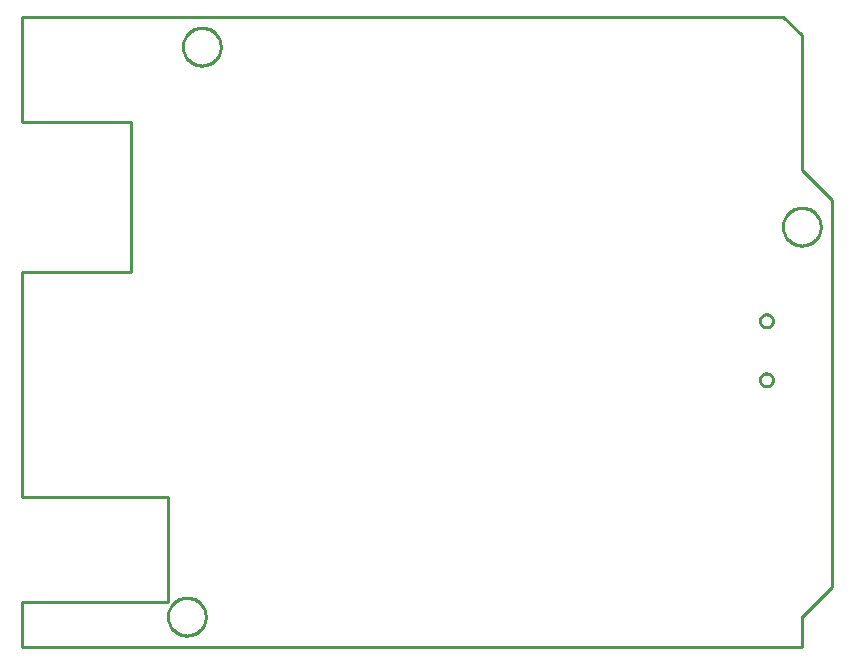
<source format=gbr>
G04 EAGLE Gerber RS-274X export*
G75*
%MOMM*%
%FSLAX34Y34*%
%LPD*%
%IN*%
%IPPOS*%
%AMOC8*
5,1,8,0,0,1.08239X$1,22.5*%
G01*
%ADD10C,0.152400*%
%ADD11C,0.000000*%
%ADD12C,0.254000*%


D10*
X0Y533400D02*
X0Y444500D01*
X92075Y444500D01*
X92075Y317500D01*
X0Y317500D01*
X0Y127000D01*
X123825Y127000D01*
X123825Y38100D01*
X0Y38100D01*
X0Y0D01*
X660400Y0D01*
X660400Y25400D01*
X685800Y50800D01*
X685800Y377825D01*
X660400Y403225D01*
X660400Y517525D01*
X644525Y533400D01*
X0Y533400D01*
D11*
X136400Y508000D02*
X136405Y508393D01*
X136419Y508785D01*
X136443Y509177D01*
X136477Y509568D01*
X136520Y509959D01*
X136573Y510348D01*
X136636Y510735D01*
X136707Y511121D01*
X136789Y511506D01*
X136879Y511888D01*
X136980Y512267D01*
X137089Y512645D01*
X137208Y513019D01*
X137335Y513390D01*
X137472Y513758D01*
X137618Y514123D01*
X137773Y514484D01*
X137936Y514841D01*
X138108Y515194D01*
X138289Y515542D01*
X138479Y515886D01*
X138676Y516226D01*
X138882Y516560D01*
X139096Y516889D01*
X139319Y517213D01*
X139549Y517531D01*
X139786Y517844D01*
X140032Y518150D01*
X140285Y518451D01*
X140545Y518745D01*
X140812Y519033D01*
X141086Y519314D01*
X141367Y519588D01*
X141655Y519855D01*
X141949Y520115D01*
X142250Y520368D01*
X142556Y520614D01*
X142869Y520851D01*
X143187Y521081D01*
X143511Y521304D01*
X143840Y521518D01*
X144174Y521724D01*
X144514Y521921D01*
X144858Y522111D01*
X145206Y522292D01*
X145559Y522464D01*
X145916Y522627D01*
X146277Y522782D01*
X146642Y522928D01*
X147010Y523065D01*
X147381Y523192D01*
X147755Y523311D01*
X148133Y523420D01*
X148512Y523521D01*
X148894Y523611D01*
X149279Y523693D01*
X149665Y523764D01*
X150052Y523827D01*
X150441Y523880D01*
X150832Y523923D01*
X151223Y523957D01*
X151615Y523981D01*
X152007Y523995D01*
X152400Y524000D01*
X152793Y523995D01*
X153185Y523981D01*
X153577Y523957D01*
X153968Y523923D01*
X154359Y523880D01*
X154748Y523827D01*
X155135Y523764D01*
X155521Y523693D01*
X155906Y523611D01*
X156288Y523521D01*
X156667Y523420D01*
X157045Y523311D01*
X157419Y523192D01*
X157790Y523065D01*
X158158Y522928D01*
X158523Y522782D01*
X158884Y522627D01*
X159241Y522464D01*
X159594Y522292D01*
X159942Y522111D01*
X160286Y521921D01*
X160626Y521724D01*
X160960Y521518D01*
X161289Y521304D01*
X161613Y521081D01*
X161931Y520851D01*
X162244Y520614D01*
X162550Y520368D01*
X162851Y520115D01*
X163145Y519855D01*
X163433Y519588D01*
X163714Y519314D01*
X163988Y519033D01*
X164255Y518745D01*
X164515Y518451D01*
X164768Y518150D01*
X165014Y517844D01*
X165251Y517531D01*
X165481Y517213D01*
X165704Y516889D01*
X165918Y516560D01*
X166124Y516226D01*
X166321Y515886D01*
X166511Y515542D01*
X166692Y515194D01*
X166864Y514841D01*
X167027Y514484D01*
X167182Y514123D01*
X167328Y513758D01*
X167465Y513390D01*
X167592Y513019D01*
X167711Y512645D01*
X167820Y512267D01*
X167921Y511888D01*
X168011Y511506D01*
X168093Y511121D01*
X168164Y510735D01*
X168227Y510348D01*
X168280Y509959D01*
X168323Y509568D01*
X168357Y509177D01*
X168381Y508785D01*
X168395Y508393D01*
X168400Y508000D01*
X168395Y507607D01*
X168381Y507215D01*
X168357Y506823D01*
X168323Y506432D01*
X168280Y506041D01*
X168227Y505652D01*
X168164Y505265D01*
X168093Y504879D01*
X168011Y504494D01*
X167921Y504112D01*
X167820Y503733D01*
X167711Y503355D01*
X167592Y502981D01*
X167465Y502610D01*
X167328Y502242D01*
X167182Y501877D01*
X167027Y501516D01*
X166864Y501159D01*
X166692Y500806D01*
X166511Y500458D01*
X166321Y500114D01*
X166124Y499774D01*
X165918Y499440D01*
X165704Y499111D01*
X165481Y498787D01*
X165251Y498469D01*
X165014Y498156D01*
X164768Y497850D01*
X164515Y497549D01*
X164255Y497255D01*
X163988Y496967D01*
X163714Y496686D01*
X163433Y496412D01*
X163145Y496145D01*
X162851Y495885D01*
X162550Y495632D01*
X162244Y495386D01*
X161931Y495149D01*
X161613Y494919D01*
X161289Y494696D01*
X160960Y494482D01*
X160626Y494276D01*
X160286Y494079D01*
X159942Y493889D01*
X159594Y493708D01*
X159241Y493536D01*
X158884Y493373D01*
X158523Y493218D01*
X158158Y493072D01*
X157790Y492935D01*
X157419Y492808D01*
X157045Y492689D01*
X156667Y492580D01*
X156288Y492479D01*
X155906Y492389D01*
X155521Y492307D01*
X155135Y492236D01*
X154748Y492173D01*
X154359Y492120D01*
X153968Y492077D01*
X153577Y492043D01*
X153185Y492019D01*
X152793Y492005D01*
X152400Y492000D01*
X152007Y492005D01*
X151615Y492019D01*
X151223Y492043D01*
X150832Y492077D01*
X150441Y492120D01*
X150052Y492173D01*
X149665Y492236D01*
X149279Y492307D01*
X148894Y492389D01*
X148512Y492479D01*
X148133Y492580D01*
X147755Y492689D01*
X147381Y492808D01*
X147010Y492935D01*
X146642Y493072D01*
X146277Y493218D01*
X145916Y493373D01*
X145559Y493536D01*
X145206Y493708D01*
X144858Y493889D01*
X144514Y494079D01*
X144174Y494276D01*
X143840Y494482D01*
X143511Y494696D01*
X143187Y494919D01*
X142869Y495149D01*
X142556Y495386D01*
X142250Y495632D01*
X141949Y495885D01*
X141655Y496145D01*
X141367Y496412D01*
X141086Y496686D01*
X140812Y496967D01*
X140545Y497255D01*
X140285Y497549D01*
X140032Y497850D01*
X139786Y498156D01*
X139549Y498469D01*
X139319Y498787D01*
X139096Y499111D01*
X138882Y499440D01*
X138676Y499774D01*
X138479Y500114D01*
X138289Y500458D01*
X138108Y500806D01*
X137936Y501159D01*
X137773Y501516D01*
X137618Y501877D01*
X137472Y502242D01*
X137335Y502610D01*
X137208Y502981D01*
X137089Y503355D01*
X136980Y503733D01*
X136879Y504112D01*
X136789Y504494D01*
X136707Y504879D01*
X136636Y505265D01*
X136573Y505652D01*
X136520Y506041D01*
X136477Y506432D01*
X136443Y506823D01*
X136419Y507215D01*
X136405Y507607D01*
X136400Y508000D01*
X644400Y355600D02*
X644405Y355993D01*
X644419Y356385D01*
X644443Y356777D01*
X644477Y357168D01*
X644520Y357559D01*
X644573Y357948D01*
X644636Y358335D01*
X644707Y358721D01*
X644789Y359106D01*
X644879Y359488D01*
X644980Y359867D01*
X645089Y360245D01*
X645208Y360619D01*
X645335Y360990D01*
X645472Y361358D01*
X645618Y361723D01*
X645773Y362084D01*
X645936Y362441D01*
X646108Y362794D01*
X646289Y363142D01*
X646479Y363486D01*
X646676Y363826D01*
X646882Y364160D01*
X647096Y364489D01*
X647319Y364813D01*
X647549Y365131D01*
X647786Y365444D01*
X648032Y365750D01*
X648285Y366051D01*
X648545Y366345D01*
X648812Y366633D01*
X649086Y366914D01*
X649367Y367188D01*
X649655Y367455D01*
X649949Y367715D01*
X650250Y367968D01*
X650556Y368214D01*
X650869Y368451D01*
X651187Y368681D01*
X651511Y368904D01*
X651840Y369118D01*
X652174Y369324D01*
X652514Y369521D01*
X652858Y369711D01*
X653206Y369892D01*
X653559Y370064D01*
X653916Y370227D01*
X654277Y370382D01*
X654642Y370528D01*
X655010Y370665D01*
X655381Y370792D01*
X655755Y370911D01*
X656133Y371020D01*
X656512Y371121D01*
X656894Y371211D01*
X657279Y371293D01*
X657665Y371364D01*
X658052Y371427D01*
X658441Y371480D01*
X658832Y371523D01*
X659223Y371557D01*
X659615Y371581D01*
X660007Y371595D01*
X660400Y371600D01*
X660793Y371595D01*
X661185Y371581D01*
X661577Y371557D01*
X661968Y371523D01*
X662359Y371480D01*
X662748Y371427D01*
X663135Y371364D01*
X663521Y371293D01*
X663906Y371211D01*
X664288Y371121D01*
X664667Y371020D01*
X665045Y370911D01*
X665419Y370792D01*
X665790Y370665D01*
X666158Y370528D01*
X666523Y370382D01*
X666884Y370227D01*
X667241Y370064D01*
X667594Y369892D01*
X667942Y369711D01*
X668286Y369521D01*
X668626Y369324D01*
X668960Y369118D01*
X669289Y368904D01*
X669613Y368681D01*
X669931Y368451D01*
X670244Y368214D01*
X670550Y367968D01*
X670851Y367715D01*
X671145Y367455D01*
X671433Y367188D01*
X671714Y366914D01*
X671988Y366633D01*
X672255Y366345D01*
X672515Y366051D01*
X672768Y365750D01*
X673014Y365444D01*
X673251Y365131D01*
X673481Y364813D01*
X673704Y364489D01*
X673918Y364160D01*
X674124Y363826D01*
X674321Y363486D01*
X674511Y363142D01*
X674692Y362794D01*
X674864Y362441D01*
X675027Y362084D01*
X675182Y361723D01*
X675328Y361358D01*
X675465Y360990D01*
X675592Y360619D01*
X675711Y360245D01*
X675820Y359867D01*
X675921Y359488D01*
X676011Y359106D01*
X676093Y358721D01*
X676164Y358335D01*
X676227Y357948D01*
X676280Y357559D01*
X676323Y357168D01*
X676357Y356777D01*
X676381Y356385D01*
X676395Y355993D01*
X676400Y355600D01*
X676395Y355207D01*
X676381Y354815D01*
X676357Y354423D01*
X676323Y354032D01*
X676280Y353641D01*
X676227Y353252D01*
X676164Y352865D01*
X676093Y352479D01*
X676011Y352094D01*
X675921Y351712D01*
X675820Y351333D01*
X675711Y350955D01*
X675592Y350581D01*
X675465Y350210D01*
X675328Y349842D01*
X675182Y349477D01*
X675027Y349116D01*
X674864Y348759D01*
X674692Y348406D01*
X674511Y348058D01*
X674321Y347714D01*
X674124Y347374D01*
X673918Y347040D01*
X673704Y346711D01*
X673481Y346387D01*
X673251Y346069D01*
X673014Y345756D01*
X672768Y345450D01*
X672515Y345149D01*
X672255Y344855D01*
X671988Y344567D01*
X671714Y344286D01*
X671433Y344012D01*
X671145Y343745D01*
X670851Y343485D01*
X670550Y343232D01*
X670244Y342986D01*
X669931Y342749D01*
X669613Y342519D01*
X669289Y342296D01*
X668960Y342082D01*
X668626Y341876D01*
X668286Y341679D01*
X667942Y341489D01*
X667594Y341308D01*
X667241Y341136D01*
X666884Y340973D01*
X666523Y340818D01*
X666158Y340672D01*
X665790Y340535D01*
X665419Y340408D01*
X665045Y340289D01*
X664667Y340180D01*
X664288Y340079D01*
X663906Y339989D01*
X663521Y339907D01*
X663135Y339836D01*
X662748Y339773D01*
X662359Y339720D01*
X661968Y339677D01*
X661577Y339643D01*
X661185Y339619D01*
X660793Y339605D01*
X660400Y339600D01*
X660007Y339605D01*
X659615Y339619D01*
X659223Y339643D01*
X658832Y339677D01*
X658441Y339720D01*
X658052Y339773D01*
X657665Y339836D01*
X657279Y339907D01*
X656894Y339989D01*
X656512Y340079D01*
X656133Y340180D01*
X655755Y340289D01*
X655381Y340408D01*
X655010Y340535D01*
X654642Y340672D01*
X654277Y340818D01*
X653916Y340973D01*
X653559Y341136D01*
X653206Y341308D01*
X652858Y341489D01*
X652514Y341679D01*
X652174Y341876D01*
X651840Y342082D01*
X651511Y342296D01*
X651187Y342519D01*
X650869Y342749D01*
X650556Y342986D01*
X650250Y343232D01*
X649949Y343485D01*
X649655Y343745D01*
X649367Y344012D01*
X649086Y344286D01*
X648812Y344567D01*
X648545Y344855D01*
X648285Y345149D01*
X648032Y345450D01*
X647786Y345756D01*
X647549Y346069D01*
X647319Y346387D01*
X647096Y346711D01*
X646882Y347040D01*
X646676Y347374D01*
X646479Y347714D01*
X646289Y348058D01*
X646108Y348406D01*
X645936Y348759D01*
X645773Y349116D01*
X645618Y349477D01*
X645472Y349842D01*
X645335Y350210D01*
X645208Y350581D01*
X645089Y350955D01*
X644980Y351333D01*
X644879Y351712D01*
X644789Y352094D01*
X644707Y352479D01*
X644636Y352865D01*
X644573Y353252D01*
X644520Y353641D01*
X644477Y354032D01*
X644443Y354423D01*
X644419Y354815D01*
X644405Y355207D01*
X644400Y355600D01*
X123700Y25400D02*
X123705Y25793D01*
X123719Y26185D01*
X123743Y26577D01*
X123777Y26968D01*
X123820Y27359D01*
X123873Y27748D01*
X123936Y28135D01*
X124007Y28521D01*
X124089Y28906D01*
X124179Y29288D01*
X124280Y29667D01*
X124389Y30045D01*
X124508Y30419D01*
X124635Y30790D01*
X124772Y31158D01*
X124918Y31523D01*
X125073Y31884D01*
X125236Y32241D01*
X125408Y32594D01*
X125589Y32942D01*
X125779Y33286D01*
X125976Y33626D01*
X126182Y33960D01*
X126396Y34289D01*
X126619Y34613D01*
X126849Y34931D01*
X127086Y35244D01*
X127332Y35550D01*
X127585Y35851D01*
X127845Y36145D01*
X128112Y36433D01*
X128386Y36714D01*
X128667Y36988D01*
X128955Y37255D01*
X129249Y37515D01*
X129550Y37768D01*
X129856Y38014D01*
X130169Y38251D01*
X130487Y38481D01*
X130811Y38704D01*
X131140Y38918D01*
X131474Y39124D01*
X131814Y39321D01*
X132158Y39511D01*
X132506Y39692D01*
X132859Y39864D01*
X133216Y40027D01*
X133577Y40182D01*
X133942Y40328D01*
X134310Y40465D01*
X134681Y40592D01*
X135055Y40711D01*
X135433Y40820D01*
X135812Y40921D01*
X136194Y41011D01*
X136579Y41093D01*
X136965Y41164D01*
X137352Y41227D01*
X137741Y41280D01*
X138132Y41323D01*
X138523Y41357D01*
X138915Y41381D01*
X139307Y41395D01*
X139700Y41400D01*
X140093Y41395D01*
X140485Y41381D01*
X140877Y41357D01*
X141268Y41323D01*
X141659Y41280D01*
X142048Y41227D01*
X142435Y41164D01*
X142821Y41093D01*
X143206Y41011D01*
X143588Y40921D01*
X143967Y40820D01*
X144345Y40711D01*
X144719Y40592D01*
X145090Y40465D01*
X145458Y40328D01*
X145823Y40182D01*
X146184Y40027D01*
X146541Y39864D01*
X146894Y39692D01*
X147242Y39511D01*
X147586Y39321D01*
X147926Y39124D01*
X148260Y38918D01*
X148589Y38704D01*
X148913Y38481D01*
X149231Y38251D01*
X149544Y38014D01*
X149850Y37768D01*
X150151Y37515D01*
X150445Y37255D01*
X150733Y36988D01*
X151014Y36714D01*
X151288Y36433D01*
X151555Y36145D01*
X151815Y35851D01*
X152068Y35550D01*
X152314Y35244D01*
X152551Y34931D01*
X152781Y34613D01*
X153004Y34289D01*
X153218Y33960D01*
X153424Y33626D01*
X153621Y33286D01*
X153811Y32942D01*
X153992Y32594D01*
X154164Y32241D01*
X154327Y31884D01*
X154482Y31523D01*
X154628Y31158D01*
X154765Y30790D01*
X154892Y30419D01*
X155011Y30045D01*
X155120Y29667D01*
X155221Y29288D01*
X155311Y28906D01*
X155393Y28521D01*
X155464Y28135D01*
X155527Y27748D01*
X155580Y27359D01*
X155623Y26968D01*
X155657Y26577D01*
X155681Y26185D01*
X155695Y25793D01*
X155700Y25400D01*
X155695Y25007D01*
X155681Y24615D01*
X155657Y24223D01*
X155623Y23832D01*
X155580Y23441D01*
X155527Y23052D01*
X155464Y22665D01*
X155393Y22279D01*
X155311Y21894D01*
X155221Y21512D01*
X155120Y21133D01*
X155011Y20755D01*
X154892Y20381D01*
X154765Y20010D01*
X154628Y19642D01*
X154482Y19277D01*
X154327Y18916D01*
X154164Y18559D01*
X153992Y18206D01*
X153811Y17858D01*
X153621Y17514D01*
X153424Y17174D01*
X153218Y16840D01*
X153004Y16511D01*
X152781Y16187D01*
X152551Y15869D01*
X152314Y15556D01*
X152068Y15250D01*
X151815Y14949D01*
X151555Y14655D01*
X151288Y14367D01*
X151014Y14086D01*
X150733Y13812D01*
X150445Y13545D01*
X150151Y13285D01*
X149850Y13032D01*
X149544Y12786D01*
X149231Y12549D01*
X148913Y12319D01*
X148589Y12096D01*
X148260Y11882D01*
X147926Y11676D01*
X147586Y11479D01*
X147242Y11289D01*
X146894Y11108D01*
X146541Y10936D01*
X146184Y10773D01*
X145823Y10618D01*
X145458Y10472D01*
X145090Y10335D01*
X144719Y10208D01*
X144345Y10089D01*
X143967Y9980D01*
X143588Y9879D01*
X143206Y9789D01*
X142821Y9707D01*
X142435Y9636D01*
X142048Y9573D01*
X141659Y9520D01*
X141268Y9477D01*
X140877Y9443D01*
X140485Y9419D01*
X140093Y9405D01*
X139700Y9400D01*
X139307Y9405D01*
X138915Y9419D01*
X138523Y9443D01*
X138132Y9477D01*
X137741Y9520D01*
X137352Y9573D01*
X136965Y9636D01*
X136579Y9707D01*
X136194Y9789D01*
X135812Y9879D01*
X135433Y9980D01*
X135055Y10089D01*
X134681Y10208D01*
X134310Y10335D01*
X133942Y10472D01*
X133577Y10618D01*
X133216Y10773D01*
X132859Y10936D01*
X132506Y11108D01*
X132158Y11289D01*
X131814Y11479D01*
X131474Y11676D01*
X131140Y11882D01*
X130811Y12096D01*
X130487Y12319D01*
X130169Y12549D01*
X129856Y12786D01*
X129550Y13032D01*
X129249Y13285D01*
X128955Y13545D01*
X128667Y13812D01*
X128386Y14086D01*
X128112Y14367D01*
X127845Y14655D01*
X127585Y14949D01*
X127332Y15250D01*
X127086Y15556D01*
X126849Y15869D01*
X126619Y16187D01*
X126396Y16511D01*
X126182Y16840D01*
X125976Y17174D01*
X125779Y17514D01*
X125589Y17858D01*
X125408Y18206D01*
X125236Y18559D01*
X125073Y18916D01*
X124918Y19277D01*
X124772Y19642D01*
X124635Y20010D01*
X124508Y20381D01*
X124389Y20755D01*
X124280Y21133D01*
X124179Y21512D01*
X124089Y21894D01*
X124007Y22279D01*
X123936Y22665D01*
X123873Y23052D01*
X123820Y23441D01*
X123777Y23832D01*
X123743Y24223D01*
X123719Y24615D01*
X123705Y25007D01*
X123700Y25400D01*
X624900Y275825D02*
X624902Y275973D01*
X624908Y276121D01*
X624918Y276269D01*
X624932Y276417D01*
X624950Y276564D01*
X624972Y276711D01*
X624998Y276857D01*
X625027Y277002D01*
X625061Y277147D01*
X625099Y277290D01*
X625140Y277433D01*
X625185Y277574D01*
X625235Y277714D01*
X625287Y277852D01*
X625344Y277990D01*
X625404Y278125D01*
X625468Y278259D01*
X625535Y278391D01*
X625606Y278521D01*
X625681Y278650D01*
X625759Y278776D01*
X625840Y278900D01*
X625924Y279022D01*
X626012Y279141D01*
X626103Y279258D01*
X626197Y279373D01*
X626295Y279485D01*
X626395Y279594D01*
X626498Y279701D01*
X626604Y279805D01*
X626712Y279906D01*
X626824Y280004D01*
X626938Y280099D01*
X627054Y280190D01*
X627173Y280279D01*
X627294Y280364D01*
X627418Y280446D01*
X627544Y280525D01*
X627671Y280600D01*
X627801Y280672D01*
X627933Y280741D01*
X628066Y280805D01*
X628201Y280866D01*
X628338Y280924D01*
X628476Y280978D01*
X628616Y281028D01*
X628757Y281074D01*
X628899Y281116D01*
X629042Y281155D01*
X629186Y281189D01*
X629332Y281220D01*
X629477Y281247D01*
X629624Y281270D01*
X629771Y281289D01*
X629919Y281304D01*
X630066Y281315D01*
X630215Y281322D01*
X630363Y281325D01*
X630511Y281324D01*
X630659Y281319D01*
X630807Y281310D01*
X630955Y281297D01*
X631103Y281280D01*
X631249Y281259D01*
X631396Y281234D01*
X631541Y281205D01*
X631686Y281173D01*
X631829Y281136D01*
X631972Y281096D01*
X632114Y281051D01*
X632254Y281003D01*
X632393Y280951D01*
X632530Y280896D01*
X632666Y280836D01*
X632801Y280773D01*
X632933Y280707D01*
X633064Y280637D01*
X633193Y280563D01*
X633319Y280486D01*
X633444Y280406D01*
X633566Y280322D01*
X633687Y280235D01*
X633804Y280145D01*
X633920Y280051D01*
X634032Y279955D01*
X634142Y279856D01*
X634250Y279753D01*
X634354Y279648D01*
X634456Y279540D01*
X634554Y279429D01*
X634650Y279316D01*
X634743Y279200D01*
X634832Y279082D01*
X634918Y278961D01*
X635001Y278838D01*
X635081Y278713D01*
X635157Y278586D01*
X635230Y278456D01*
X635299Y278325D01*
X635364Y278192D01*
X635427Y278058D01*
X635485Y277921D01*
X635540Y277783D01*
X635590Y277644D01*
X635638Y277503D01*
X635681Y277362D01*
X635721Y277219D01*
X635756Y277075D01*
X635788Y276930D01*
X635816Y276784D01*
X635840Y276638D01*
X635860Y276491D01*
X635876Y276343D01*
X635888Y276196D01*
X635896Y276047D01*
X635900Y275899D01*
X635900Y275751D01*
X635896Y275603D01*
X635888Y275454D01*
X635876Y275307D01*
X635860Y275159D01*
X635840Y275012D01*
X635816Y274866D01*
X635788Y274720D01*
X635756Y274575D01*
X635721Y274431D01*
X635681Y274288D01*
X635638Y274147D01*
X635590Y274006D01*
X635540Y273867D01*
X635485Y273729D01*
X635427Y273592D01*
X635364Y273458D01*
X635299Y273325D01*
X635230Y273194D01*
X635157Y273064D01*
X635081Y272937D01*
X635001Y272812D01*
X634918Y272689D01*
X634832Y272568D01*
X634743Y272450D01*
X634650Y272334D01*
X634554Y272221D01*
X634456Y272110D01*
X634354Y272002D01*
X634250Y271897D01*
X634142Y271794D01*
X634032Y271695D01*
X633920Y271599D01*
X633804Y271505D01*
X633687Y271415D01*
X633566Y271328D01*
X633444Y271244D01*
X633319Y271164D01*
X633193Y271087D01*
X633064Y271013D01*
X632933Y270943D01*
X632801Y270877D01*
X632666Y270814D01*
X632530Y270754D01*
X632393Y270699D01*
X632254Y270647D01*
X632114Y270599D01*
X631972Y270554D01*
X631829Y270514D01*
X631686Y270477D01*
X631541Y270445D01*
X631396Y270416D01*
X631249Y270391D01*
X631103Y270370D01*
X630955Y270353D01*
X630807Y270340D01*
X630659Y270331D01*
X630511Y270326D01*
X630363Y270325D01*
X630215Y270328D01*
X630066Y270335D01*
X629919Y270346D01*
X629771Y270361D01*
X629624Y270380D01*
X629477Y270403D01*
X629332Y270430D01*
X629186Y270461D01*
X629042Y270495D01*
X628899Y270534D01*
X628757Y270576D01*
X628616Y270622D01*
X628476Y270672D01*
X628338Y270726D01*
X628201Y270784D01*
X628066Y270845D01*
X627933Y270909D01*
X627801Y270978D01*
X627671Y271050D01*
X627544Y271125D01*
X627418Y271204D01*
X627294Y271286D01*
X627173Y271371D01*
X627054Y271460D01*
X626938Y271551D01*
X626824Y271646D01*
X626712Y271744D01*
X626604Y271845D01*
X626498Y271949D01*
X626395Y272056D01*
X626295Y272165D01*
X626197Y272277D01*
X626103Y272392D01*
X626012Y272509D01*
X625924Y272628D01*
X625840Y272750D01*
X625759Y272874D01*
X625681Y273000D01*
X625606Y273129D01*
X625535Y273259D01*
X625468Y273391D01*
X625404Y273525D01*
X625344Y273660D01*
X625287Y273798D01*
X625235Y273936D01*
X625185Y274076D01*
X625140Y274217D01*
X625099Y274360D01*
X625061Y274503D01*
X625027Y274648D01*
X624998Y274793D01*
X624972Y274939D01*
X624950Y275086D01*
X624932Y275233D01*
X624918Y275381D01*
X624908Y275529D01*
X624902Y275677D01*
X624900Y275825D01*
X624900Y225825D02*
X624902Y225973D01*
X624908Y226121D01*
X624918Y226269D01*
X624932Y226417D01*
X624950Y226564D01*
X624972Y226711D01*
X624998Y226857D01*
X625027Y227002D01*
X625061Y227147D01*
X625099Y227290D01*
X625140Y227433D01*
X625185Y227574D01*
X625235Y227714D01*
X625287Y227852D01*
X625344Y227990D01*
X625404Y228125D01*
X625468Y228259D01*
X625535Y228391D01*
X625606Y228521D01*
X625681Y228650D01*
X625759Y228776D01*
X625840Y228900D01*
X625924Y229022D01*
X626012Y229141D01*
X626103Y229258D01*
X626197Y229373D01*
X626295Y229485D01*
X626395Y229594D01*
X626498Y229701D01*
X626604Y229805D01*
X626712Y229906D01*
X626824Y230004D01*
X626938Y230099D01*
X627054Y230190D01*
X627173Y230279D01*
X627294Y230364D01*
X627418Y230446D01*
X627544Y230525D01*
X627671Y230600D01*
X627801Y230672D01*
X627933Y230741D01*
X628066Y230805D01*
X628201Y230866D01*
X628338Y230924D01*
X628476Y230978D01*
X628616Y231028D01*
X628757Y231074D01*
X628899Y231116D01*
X629042Y231155D01*
X629186Y231189D01*
X629332Y231220D01*
X629477Y231247D01*
X629624Y231270D01*
X629771Y231289D01*
X629919Y231304D01*
X630066Y231315D01*
X630215Y231322D01*
X630363Y231325D01*
X630511Y231324D01*
X630659Y231319D01*
X630807Y231310D01*
X630955Y231297D01*
X631103Y231280D01*
X631249Y231259D01*
X631396Y231234D01*
X631541Y231205D01*
X631686Y231173D01*
X631829Y231136D01*
X631972Y231096D01*
X632114Y231051D01*
X632254Y231003D01*
X632393Y230951D01*
X632530Y230896D01*
X632666Y230836D01*
X632801Y230773D01*
X632933Y230707D01*
X633064Y230637D01*
X633193Y230563D01*
X633319Y230486D01*
X633444Y230406D01*
X633566Y230322D01*
X633687Y230235D01*
X633804Y230145D01*
X633920Y230051D01*
X634032Y229955D01*
X634142Y229856D01*
X634250Y229753D01*
X634354Y229648D01*
X634456Y229540D01*
X634554Y229429D01*
X634650Y229316D01*
X634743Y229200D01*
X634832Y229082D01*
X634918Y228961D01*
X635001Y228838D01*
X635081Y228713D01*
X635157Y228586D01*
X635230Y228456D01*
X635299Y228325D01*
X635364Y228192D01*
X635427Y228058D01*
X635485Y227921D01*
X635540Y227783D01*
X635590Y227644D01*
X635638Y227503D01*
X635681Y227362D01*
X635721Y227219D01*
X635756Y227075D01*
X635788Y226930D01*
X635816Y226784D01*
X635840Y226638D01*
X635860Y226491D01*
X635876Y226343D01*
X635888Y226196D01*
X635896Y226047D01*
X635900Y225899D01*
X635900Y225751D01*
X635896Y225603D01*
X635888Y225454D01*
X635876Y225307D01*
X635860Y225159D01*
X635840Y225012D01*
X635816Y224866D01*
X635788Y224720D01*
X635756Y224575D01*
X635721Y224431D01*
X635681Y224288D01*
X635638Y224147D01*
X635590Y224006D01*
X635540Y223867D01*
X635485Y223729D01*
X635427Y223592D01*
X635364Y223458D01*
X635299Y223325D01*
X635230Y223194D01*
X635157Y223064D01*
X635081Y222937D01*
X635001Y222812D01*
X634918Y222689D01*
X634832Y222568D01*
X634743Y222450D01*
X634650Y222334D01*
X634554Y222221D01*
X634456Y222110D01*
X634354Y222002D01*
X634250Y221897D01*
X634142Y221794D01*
X634032Y221695D01*
X633920Y221599D01*
X633804Y221505D01*
X633687Y221415D01*
X633566Y221328D01*
X633444Y221244D01*
X633319Y221164D01*
X633193Y221087D01*
X633064Y221013D01*
X632933Y220943D01*
X632801Y220877D01*
X632666Y220814D01*
X632530Y220754D01*
X632393Y220699D01*
X632254Y220647D01*
X632114Y220599D01*
X631972Y220554D01*
X631829Y220514D01*
X631686Y220477D01*
X631541Y220445D01*
X631396Y220416D01*
X631249Y220391D01*
X631103Y220370D01*
X630955Y220353D01*
X630807Y220340D01*
X630659Y220331D01*
X630511Y220326D01*
X630363Y220325D01*
X630215Y220328D01*
X630066Y220335D01*
X629919Y220346D01*
X629771Y220361D01*
X629624Y220380D01*
X629477Y220403D01*
X629332Y220430D01*
X629186Y220461D01*
X629042Y220495D01*
X628899Y220534D01*
X628757Y220576D01*
X628616Y220622D01*
X628476Y220672D01*
X628338Y220726D01*
X628201Y220784D01*
X628066Y220845D01*
X627933Y220909D01*
X627801Y220978D01*
X627671Y221050D01*
X627544Y221125D01*
X627418Y221204D01*
X627294Y221286D01*
X627173Y221371D01*
X627054Y221460D01*
X626938Y221551D01*
X626824Y221646D01*
X626712Y221744D01*
X626604Y221845D01*
X626498Y221949D01*
X626395Y222056D01*
X626295Y222165D01*
X626197Y222277D01*
X626103Y222392D01*
X626012Y222509D01*
X625924Y222628D01*
X625840Y222750D01*
X625759Y222874D01*
X625681Y223000D01*
X625606Y223129D01*
X625535Y223259D01*
X625468Y223391D01*
X625404Y223525D01*
X625344Y223660D01*
X625287Y223798D01*
X625235Y223936D01*
X625185Y224076D01*
X625140Y224217D01*
X625099Y224360D01*
X625061Y224503D01*
X625027Y224648D01*
X624998Y224793D01*
X624972Y224939D01*
X624950Y225086D01*
X624932Y225233D01*
X624918Y225381D01*
X624908Y225529D01*
X624902Y225677D01*
X624900Y225825D01*
D12*
X0Y0D02*
X660400Y0D01*
X660400Y25400D01*
X685800Y50800D01*
X685800Y377825D01*
X660400Y403225D01*
X660400Y517525D01*
X644525Y533400D01*
X0Y533400D01*
X0Y444500D01*
X92075Y444500D01*
X92075Y317500D01*
X0Y317500D01*
X0Y127000D01*
X123825Y127000D01*
X123825Y38100D01*
X0Y38100D01*
X0Y0D01*
X168400Y507476D02*
X168332Y506431D01*
X168195Y505392D01*
X167990Y504365D01*
X167719Y503353D01*
X167383Y502361D01*
X166982Y501393D01*
X166518Y500454D01*
X165995Y499546D01*
X165413Y498675D01*
X164775Y497844D01*
X164084Y497057D01*
X163343Y496316D01*
X162556Y495625D01*
X161725Y494988D01*
X160854Y494406D01*
X159946Y493882D01*
X159007Y493418D01*
X158039Y493017D01*
X157047Y492681D01*
X156035Y492410D01*
X155008Y492205D01*
X153969Y492069D01*
X152924Y492000D01*
X151876Y492000D01*
X150831Y492069D01*
X149792Y492205D01*
X148765Y492410D01*
X147753Y492681D01*
X146761Y493017D01*
X145793Y493418D01*
X144854Y493882D01*
X143946Y494406D01*
X143075Y494988D01*
X142244Y495625D01*
X141457Y496316D01*
X140716Y497057D01*
X140025Y497844D01*
X139388Y498675D01*
X138806Y499546D01*
X138282Y500454D01*
X137818Y501393D01*
X137417Y502361D01*
X137081Y503353D01*
X136810Y504365D01*
X136605Y505392D01*
X136469Y506431D01*
X136400Y507476D01*
X136400Y508524D01*
X136469Y509569D01*
X136605Y510608D01*
X136810Y511635D01*
X137081Y512647D01*
X137417Y513639D01*
X137818Y514607D01*
X138282Y515546D01*
X138806Y516454D01*
X139388Y517325D01*
X140025Y518156D01*
X140716Y518943D01*
X141457Y519684D01*
X142244Y520375D01*
X143075Y521013D01*
X143946Y521595D01*
X144854Y522118D01*
X145793Y522582D01*
X146761Y522983D01*
X147753Y523319D01*
X148765Y523590D01*
X149792Y523795D01*
X150831Y523932D01*
X151876Y524000D01*
X152924Y524000D01*
X153969Y523932D01*
X155008Y523795D01*
X156035Y523590D01*
X157047Y523319D01*
X158039Y522983D01*
X159007Y522582D01*
X159946Y522118D01*
X160854Y521595D01*
X161725Y521013D01*
X162556Y520375D01*
X163343Y519684D01*
X164084Y518943D01*
X164775Y518156D01*
X165413Y517325D01*
X165995Y516454D01*
X166518Y515546D01*
X166982Y514607D01*
X167383Y513639D01*
X167719Y512647D01*
X167990Y511635D01*
X168195Y510608D01*
X168332Y509569D01*
X168400Y508524D01*
X168400Y507476D01*
X676400Y355076D02*
X676332Y354031D01*
X676195Y352992D01*
X675990Y351965D01*
X675719Y350953D01*
X675383Y349961D01*
X674982Y348993D01*
X674518Y348054D01*
X673995Y347146D01*
X673413Y346275D01*
X672775Y345444D01*
X672084Y344657D01*
X671343Y343916D01*
X670556Y343225D01*
X669725Y342588D01*
X668854Y342006D01*
X667946Y341482D01*
X667007Y341018D01*
X666039Y340617D01*
X665047Y340281D01*
X664035Y340010D01*
X663008Y339805D01*
X661969Y339669D01*
X660924Y339600D01*
X659876Y339600D01*
X658831Y339669D01*
X657792Y339805D01*
X656765Y340010D01*
X655753Y340281D01*
X654761Y340617D01*
X653793Y341018D01*
X652854Y341482D01*
X651946Y342006D01*
X651075Y342588D01*
X650244Y343225D01*
X649457Y343916D01*
X648716Y344657D01*
X648025Y345444D01*
X647388Y346275D01*
X646806Y347146D01*
X646282Y348054D01*
X645818Y348993D01*
X645417Y349961D01*
X645081Y350953D01*
X644810Y351965D01*
X644605Y352992D01*
X644469Y354031D01*
X644400Y355076D01*
X644400Y356124D01*
X644469Y357169D01*
X644605Y358208D01*
X644810Y359235D01*
X645081Y360247D01*
X645417Y361239D01*
X645818Y362207D01*
X646282Y363146D01*
X646806Y364054D01*
X647388Y364925D01*
X648025Y365756D01*
X648716Y366543D01*
X649457Y367284D01*
X650244Y367975D01*
X651075Y368613D01*
X651946Y369195D01*
X652854Y369718D01*
X653793Y370182D01*
X654761Y370583D01*
X655753Y370919D01*
X656765Y371190D01*
X657792Y371395D01*
X658831Y371532D01*
X659876Y371600D01*
X660924Y371600D01*
X661969Y371532D01*
X663008Y371395D01*
X664035Y371190D01*
X665047Y370919D01*
X666039Y370583D01*
X667007Y370182D01*
X667946Y369718D01*
X668854Y369195D01*
X669725Y368613D01*
X670556Y367975D01*
X671343Y367284D01*
X672084Y366543D01*
X672775Y365756D01*
X673413Y364925D01*
X673995Y364054D01*
X674518Y363146D01*
X674982Y362207D01*
X675383Y361239D01*
X675719Y360247D01*
X675990Y359235D01*
X676195Y358208D01*
X676332Y357169D01*
X676400Y356124D01*
X676400Y355076D01*
X155700Y24876D02*
X155632Y23831D01*
X155495Y22792D01*
X155290Y21765D01*
X155019Y20753D01*
X154683Y19761D01*
X154282Y18793D01*
X153818Y17854D01*
X153295Y16946D01*
X152713Y16075D01*
X152075Y15244D01*
X151384Y14457D01*
X150643Y13716D01*
X149856Y13025D01*
X149025Y12388D01*
X148154Y11806D01*
X147246Y11282D01*
X146307Y10818D01*
X145339Y10417D01*
X144347Y10081D01*
X143335Y9810D01*
X142308Y9605D01*
X141269Y9469D01*
X140224Y9400D01*
X139176Y9400D01*
X138131Y9469D01*
X137092Y9605D01*
X136065Y9810D01*
X135053Y10081D01*
X134061Y10417D01*
X133093Y10818D01*
X132154Y11282D01*
X131246Y11806D01*
X130375Y12388D01*
X129544Y13025D01*
X128757Y13716D01*
X128016Y14457D01*
X127325Y15244D01*
X126688Y16075D01*
X126106Y16946D01*
X125582Y17854D01*
X125118Y18793D01*
X124717Y19761D01*
X124381Y20753D01*
X124110Y21765D01*
X123905Y22792D01*
X123769Y23831D01*
X123700Y24876D01*
X123700Y25924D01*
X123769Y26969D01*
X123905Y28008D01*
X124110Y29035D01*
X124381Y30047D01*
X124717Y31039D01*
X125118Y32007D01*
X125582Y32946D01*
X126106Y33854D01*
X126688Y34725D01*
X127325Y35556D01*
X128016Y36343D01*
X128757Y37084D01*
X129544Y37775D01*
X130375Y38413D01*
X131246Y38995D01*
X132154Y39518D01*
X133093Y39982D01*
X134061Y40383D01*
X135053Y40719D01*
X136065Y40990D01*
X137092Y41195D01*
X138131Y41332D01*
X139176Y41400D01*
X140224Y41400D01*
X141269Y41332D01*
X142308Y41195D01*
X143335Y40990D01*
X144347Y40719D01*
X145339Y40383D01*
X146307Y39982D01*
X147246Y39518D01*
X148154Y38995D01*
X149025Y38413D01*
X149856Y37775D01*
X150643Y37084D01*
X151384Y36343D01*
X152075Y35556D01*
X152713Y34725D01*
X153295Y33854D01*
X153818Y32946D01*
X154282Y32007D01*
X154683Y31039D01*
X155019Y30047D01*
X155290Y29035D01*
X155495Y28008D01*
X155632Y26969D01*
X155700Y25924D01*
X155700Y24876D01*
X630091Y270325D02*
X629477Y270394D01*
X628875Y270532D01*
X628292Y270736D01*
X627735Y271004D01*
X627212Y271332D01*
X626729Y271718D01*
X626293Y272154D01*
X625907Y272637D01*
X625579Y273160D01*
X625311Y273717D01*
X625107Y274300D01*
X624969Y274902D01*
X624900Y275516D01*
X624900Y276134D01*
X624969Y276748D01*
X625107Y277350D01*
X625311Y277933D01*
X625579Y278490D01*
X625907Y279013D01*
X626293Y279496D01*
X626729Y279933D01*
X627212Y280318D01*
X627735Y280646D01*
X628292Y280914D01*
X628875Y281118D01*
X629477Y281256D01*
X630091Y281325D01*
X630709Y281325D01*
X631323Y281256D01*
X631925Y281118D01*
X632508Y280914D01*
X633065Y280646D01*
X633588Y280318D01*
X634071Y279933D01*
X634508Y279496D01*
X634893Y279013D01*
X635221Y278490D01*
X635489Y277933D01*
X635693Y277350D01*
X635831Y276748D01*
X635900Y276134D01*
X635900Y275516D01*
X635831Y274902D01*
X635693Y274300D01*
X635489Y273717D01*
X635221Y273160D01*
X634893Y272637D01*
X634508Y272154D01*
X634071Y271718D01*
X633588Y271332D01*
X633065Y271004D01*
X632508Y270736D01*
X631925Y270532D01*
X631323Y270394D01*
X630709Y270325D01*
X630091Y270325D01*
X630091Y220325D02*
X629477Y220394D01*
X628875Y220532D01*
X628292Y220736D01*
X627735Y221004D01*
X627212Y221332D01*
X626729Y221718D01*
X626293Y222154D01*
X625907Y222637D01*
X625579Y223160D01*
X625311Y223717D01*
X625107Y224300D01*
X624969Y224902D01*
X624900Y225516D01*
X624900Y226134D01*
X624969Y226748D01*
X625107Y227350D01*
X625311Y227933D01*
X625579Y228490D01*
X625907Y229013D01*
X626293Y229496D01*
X626729Y229933D01*
X627212Y230318D01*
X627735Y230646D01*
X628292Y230914D01*
X628875Y231118D01*
X629477Y231256D01*
X630091Y231325D01*
X630709Y231325D01*
X631323Y231256D01*
X631925Y231118D01*
X632508Y230914D01*
X633065Y230646D01*
X633588Y230318D01*
X634071Y229933D01*
X634508Y229496D01*
X634893Y229013D01*
X635221Y228490D01*
X635489Y227933D01*
X635693Y227350D01*
X635831Y226748D01*
X635900Y226134D01*
X635900Y225516D01*
X635831Y224902D01*
X635693Y224300D01*
X635489Y223717D01*
X635221Y223160D01*
X634893Y222637D01*
X634508Y222154D01*
X634071Y221718D01*
X633588Y221332D01*
X633065Y221004D01*
X632508Y220736D01*
X631925Y220532D01*
X631323Y220394D01*
X630709Y220325D01*
X630091Y220325D01*
M02*

</source>
